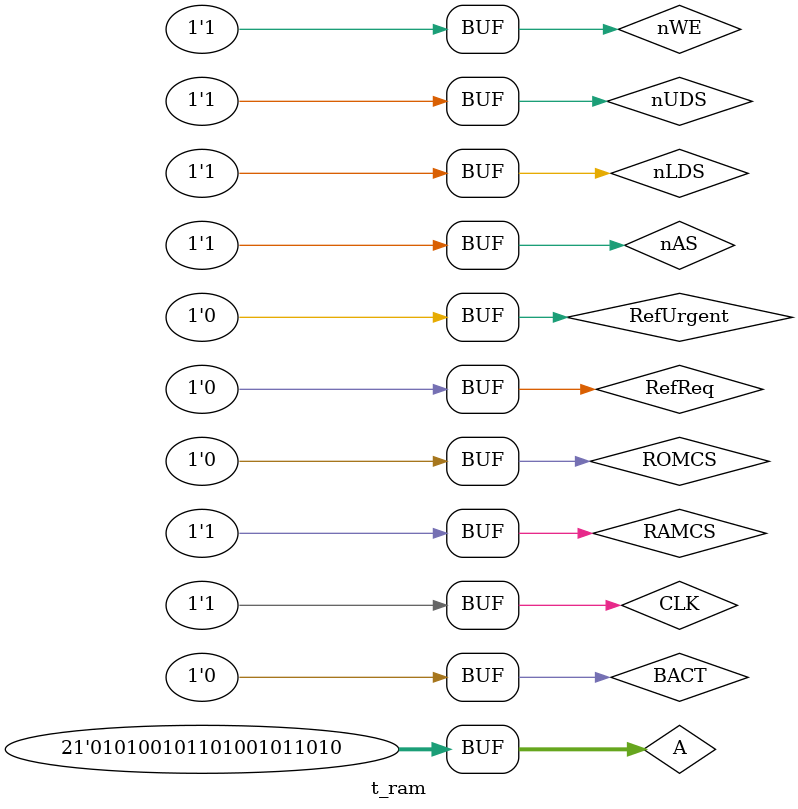
<source format=v>
`timescale 1ns / 1ps


module t_ram;

	// Inputs
	reg CLK;
	reg [21:1] A;
	reg nWE;
	reg nAS;
	reg nLDS;
	reg nUDS;
	reg BACT;
	reg RAMCS;
	reg ROMCS;
	reg RefReq;
	reg RefUrgent;

	// Outputs
	wire Ready;
	wire RefAck;
	wire [11:0] RA;
	wire nRAS;
	wire nCAS;
	wire nLWE;
	wire nUWE;
	wire nOE;
	wire nROMCS;
	wire nROMWE;

	// Instantiate the Unit Under Test (UUT)
	RAM uut (
		.CLK(CLK), 
		.A(A), 
		.nWE(nWE), 
		.nAS(nAS), 
		.nLDS(nLDS), 
		.nUDS(nUDS), 
		.BACT(BACT), 
		.RAMCS(RAMCS), 
		.ROMCS(ROMCS), 
		.Ready(Ready), 
		.RefReq(RefReq), 
		.RefUrgent(RefUrgent), 
		.RefAck(RefAck), 
		.RA(RA), 
		.nRAS(nRAS), 
		.nCAS(nCAS), 
		.nLWE(nLWE), 
		.nUWE(nUWE), 
		.nOE(nOE), 
		.nROMCS(nROMCS), 
		.nROMWE(nROMWE)
	);
	
	initial begin
		CLK = 0; #20; CLK = 1; #20; CLK = 0; #20; CLK = 1; #20;
		CLK = 0; #20; CLK = 1; #20; CLK = 0; #20; CLK = 1; #20;
		CLK = 0; #20; CLK = 1; #20; CLK = 0; #20; CLK = 1; #20;
		CLK = 0; #20; CLK = 1; #20; CLK = 0; #20; CLK = 1; #20;
		CLK = 0; #20; CLK = 1; #20; CLK = 0; #20; CLK = 1; #20;
		CLK = 0; #20; CLK = 1; #20; CLK = 0; #20; CLK = 1; #20;
		CLK = 0; #20; CLK = 1; #20; CLK = 0; #20; CLK = 1; #20;
		CLK = 0; #20; CLK = 1; #20; CLK = 0; #20; CLK = 1; #20;
		CLK = 0; #20; CLK = 1; #20; CLK = 0; #20; CLK = 1; #20;
		CLK = 0; #20; CLK = 1; #20; CLK = 0; #20; CLK = 1; #20;
		CLK = 0; #20; CLK = 1; #20; CLK = 0; #20; CLK = 1; #20;
		CLK = 0; #20; CLK = 1; #20; CLK = 0; #20; CLK = 1; #20;
		CLK = 0; #20; CLK = 1; #20; CLK = 0; #20; CLK = 1; #20;
		CLK = 0; #20; CLK = 1; #20; CLK = 0; #20; CLK = 1; #20;
		CLK = 0; #20; CLK = 1; #20; CLK = 0; #20; CLK = 1; #20;
		CLK = 0; #20; CLK = 1; #20; CLK = 0; #20; CLK = 1; #20;
		CLK = 0; #20; CLK = 1; #20; CLK = 0; #20; CLK = 1; #20;
		CLK = 0; #20; CLK = 1; #20; CLK = 0; #20; CLK = 1; #20;
		CLK = 0; #20; CLK = 1; #20; CLK = 0; #20; CLK = 1; #20;
		CLK = 0; #20; CLK = 1; #20; CLK = 0; #20; CLK = 1; #20;
		CLK = 0; #20; CLK = 1; #20; CLK = 0; #20; CLK = 1; #20;
		CLK = 0; #20; CLK = 1; #20; CLK = 0; #20; CLK = 1; #20;
		CLK = 0; #20; CLK = 1; #20; CLK = 0; #20; CLK = 1; #20;
		CLK = 0; #20; CLK = 1; #20; CLK = 0; #20; CLK = 1; #20;
		CLK = 0; #20; CLK = 1; #20; CLK = 0; #20; CLK = 1; #20;
		CLK = 0; #20; CLK = 1; #20; CLK = 0; #20; CLK = 1; #20;
		CLK = 0; #20; CLK = 1; #20; CLK = 0; #20; CLK = 1; #20;
		CLK = 0; #20; CLK = 1; #20; CLK = 0; #20; CLK = 1; #20;
		CLK = 0; #20; CLK = 1; #20; CLK = 0; #20; CLK = 1; #20;
		CLK = 0; #20; CLK = 1; #20; CLK = 0; #20; CLK = 1; #20;
		CLK = 0; #20; CLK = 1; #20; CLK = 0; #20; CLK = 1; #20;
		CLK = 0; #20; CLK = 1; #20; CLK = 0; #20; CLK = 1; #20;
		CLK = 0; #20; CLK = 1; #20; CLK = 0; #20; CLK = 1; #20;
		CLK = 0; #20; CLK = 1; #20; CLK = 0; #20; CLK = 1; #20;
		CLK = 0; #20; CLK = 1; #20; CLK = 0; #20; CLK = 1; #20;
		CLK = 0; #20; CLK = 1; #20; CLK = 0; #20; CLK = 1; #20;
		CLK = 0; #20; CLK = 1; #20; CLK = 0; #20; CLK = 1; #20;
		CLK = 0; #20; CLK = 1; #20; CLK = 0; #20; CLK = 1; #20;
		CLK = 0; #20; CLK = 1; #20; CLK = 0; #20; CLK = 1; #20;
		CLK = 0; #20; CLK = 1; #20; CLK = 0; #20; CLK = 1; #20;
		CLK = 0; #20; CLK = 1; #20; CLK = 0; #20; CLK = 1; #20;
		CLK = 0; #20; CLK = 1; #20; CLK = 0; #20; CLK = 1; #20;
		CLK = 0; #20; CLK = 1; #20; CLK = 0; #20; CLK = 1; #20;
		CLK = 0; #20; CLK = 1; #20; CLK = 0; #20; CLK = 1; #20;
		CLK = 0; #20; CLK = 1; #20; CLK = 0; #20; CLK = 1; #20;
		CLK = 0; #20; CLK = 1; #20; CLK = 0; #20; CLK = 1; #20;
		CLK = 0; #20; CLK = 1; #20; CLK = 0; #20; CLK = 1; #20;
		CLK = 0; #20; CLK = 1; #20; CLK = 0; #20; CLK = 1; #20;
		CLK = 0; #20; CLK = 1; #20; CLK = 0; #20; CLK = 1; #20;
		CLK = 0; #20; CLK = 1; #20; CLK = 0; #20; CLK = 1; #20;
		CLK = 0; #20; CLK = 1; #20; CLK = 0; #20; CLK = 1; #20;
		CLK = 0; #20; CLK = 1; #20; CLK = 0; #20; CLK = 1; #20;
		CLK = 0; #20; CLK = 1; #20; CLK = 0; #20; CLK = 1; #20;
		CLK = 0; #20; CLK = 1; #20; CLK = 0; #20; CLK = 1; #20;
		CLK = 0; #20; CLK = 1; #20; CLK = 0; #20; CLK = 1; #20;
		CLK = 0; #20; CLK = 1; #20; CLK = 0; #20; CLK = 1; #20;
		CLK = 0; #20; CLK = 1; #20; CLK = 0; #20; CLK = 1; #20;
		CLK = 0; #20; CLK = 1; #20; CLK = 0; #20; CLK = 1; #20;
		CLK = 0; #20; CLK = 1; #20; CLK = 0; #20; CLK = 1; #20;
		CLK = 0; #20; CLK = 1; #20; CLK = 0; #20; CLK = 1; #20;
		CLK = 0; #20; CLK = 1; #20; CLK = 0; #20; CLK = 1; #20;
		CLK = 0; #20; CLK = 1; #20; CLK = 0; #20; CLK = 1; #20;
		CLK = 0; #20; CLK = 1; #20; CLK = 0; #20; CLK = 1; #20;
		CLK = 0; #20; CLK = 1; #20; CLK = 0; #20; CLK = 1; #20;
	end

	initial begin
		nAS = 1;
		nLDS = 1;
		nUDS = 1;
		BACT = 0;
		#30;
		nAS = 0;
		nLDS = 0;
		nUDS = 0;
		BACT = 1;
		#20; #40; #40;
		nAS = 1;
		nLDS = 1;
		nUDS = 1;
		#20;
		BACT = 0;
		#40;
		
		nAS = 0;
		nLDS = 0;
		nUDS = 0;
		BACT = 1;
		#20; #40; #40;
		nAS = 1;
		nLDS = 1;
		nUDS = 1;
		#20;
		BACT = 0;
		#40;
		
		nAS = 0;
		BACT = 1;
		#40;
		nLDS = 0;
		nUDS = 0;
		#20; #40;
		nAS = 1;
		nLDS = 1;
		nUDS = 1;
		#20;
		BACT = 0;
		#40;
		
		nAS = 0;
		nLDS = 0;
		nUDS = 0;
		BACT = 1;
		#20; #40; #40;
		nAS = 1;
		nLDS = 1;
		nUDS = 1;
		#20;
		BACT = 0;
		#40;
		
		nAS = 0;
		BACT = 1;
		#40;
		nLDS = 0;
		nUDS = 0;
		#20; #40;
		nAS = 1;
		nLDS = 1;
		nUDS = 1;
		#20;
		BACT = 0;
		#40;
		
		nAS = 0;
		nLDS = 0;
		nUDS = 0;
		BACT = 1;
		#20; #40; #40;
		nAS = 1;
		nLDS = 1;
		nUDS = 1;
		#20;
		BACT = 0;
		#40;
		
		nAS = 0;
		nLDS = 0;
		nUDS = 0;
		BACT = 1;
		#20; #40; #40;
		nAS = 1;
		nLDS = 1;
		nUDS = 1;
		#20;
		BACT = 0;
		#40;
		
		#160;#160;#160;
		
		nAS = 0;
		nLDS = 0;
		nUDS = 0;
		BACT = 1;
		#20; #40; #40;
		nAS = 1;
		nLDS = 1;
		nUDS = 1;
		#20;
		BACT = 0;
		#40;
	end
	
	initial begin
		RefReq = 0;
		RefUrgent = 0;
		#10;
		#160; #160; #160;
		RefReq = 1;
		#160; #160; #160; #160;
		#120;
		RefReq = 0;
		#200; #120; #120; 
		RefUrgent = 1;
		#120;
		RefUrgent = 0;
		#200;
	end
	
	initial begin
		#10;
		A = 0;
		RAMCS = 0;
		ROMCS = 0;
		nWE = 0;
		#160;
		A = 24'h400000;
		RAMCS = 0;
		ROMCS = 1;
		nWE = 1;
		#160;
		A = 24'h400000>>1;
		RAMCS = 0;
		ROMCS = 1;
		nWE = 0;
		#160;	
		A = 24'h0A5A5A;
		RAMCS = 1;
		ROMCS = 0;
		nWE = 1;
		#160;
		A = 24'h0A5A5A;
		RAMCS = 1;
		ROMCS = 0;
		nWE = 0;
		#160;
		A = 24'h0A5A5A;
		RAMCS = 1;
		ROMCS = 0;
		nWE = 1;
		#160;
		A = 24'h400000;
		RAMCS = 0;
		ROMCS = 1;
		nWE = 1;
		#160;
		
		#160; #160; #160;
		A = 24'h0A5A5A;
		RAMCS = 1;
		ROMCS = 0;
		nWE = 1;
		#160;
	end
      
endmodule


</source>
